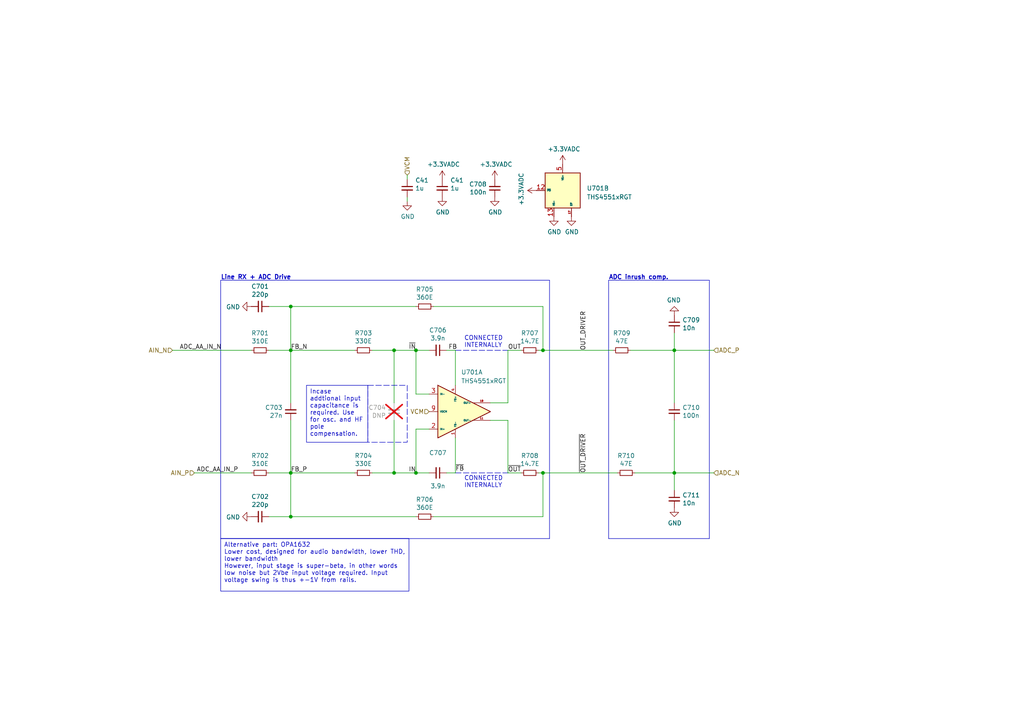
<source format=kicad_sch>
(kicad_sch (version 20230121) (generator eeschema)
  (paper "A4")
  (title_block (title "Kleinvoet") (date "2023-04-12") (rev "${PROJECT_REV}") (company "Department of Electrical and Electronic Engineering - Stellenbosch University") (comment 1 "Digital Signal Processing Laboratory") (comment 2 "Author: CM Geldenhuys <cmgeldenhuys@sun.ac.za>") (comment 3 "Project: Kleinvoet") (comment 4 "License: CERN-OHL-S-2.0"))
  (lib_symbols
    (symbol "Device:C_Small" (pin_numbers hide) (pin_names (offset 0.254) hide)
      (property "Reference" "C" (at 0.254 1.778 0))
      (property "Value" "C_Small" (at 0.254 -2.032 0))
      (symbol "C_Small_0_1"
        (polyline (pts (xy -1.524 -0.508) (xy 1.524 -0.508)) (stroke (width 0.3302)))
        (polyline (pts (xy -1.524 0.508) (xy 1.524 0.508)) (stroke (width 0.3048)))
      )
      (symbol "C_Small_1_1"
        (pin passive line (at 0 2.54 270) (length 2.032) (name "~") (number "1"))
        (pin passive line (at 0 -2.54 90) (length 2.032) (name "~") (number "2"))
      )
    )
    (symbol "Device:R_Small" (pin_numbers hide) (pin_names (offset 0.254) hide)
      (property "Reference" "R" (at 0.762 0.508 0))
      (property "Value" "R_Small" (at 0.762 -1.016 0))
      (symbol "R_Small_0_1"
        (rectangle (start -0.762 1.778) (end 0.762 -1.778) (stroke (width 0.2032)))
      )
      (symbol "R_Small_1_1"
        (pin passive line (at 0 2.54 270) (length 0.762) (name "~") (number "1"))
        (pin passive line (at 0 -2.54 90) (length 0.762) (name "~") (number "2"))
      )
    )
    (symbol "grootvoet:THS4551xRGT"
      (property "Reference" "U" (at 0 6.35 0))
      (property "Value" "THS4551xRGT" (at 10.16 -6.35 0))
      (symbol "THS4551xRGT_1_1"
        (polyline (pts (xy -7.62 7.62) (xy -7.62 -7.62) (xy 7.62 0) (xy -7.62 7.62)) (stroke (width 0.254)) (fill (type background)))
        (pin output line (at -2.54 -7.62 90) (length 2.54) (name "FB-") (number "1"))
        (pin output line (at 7.62 2.54 180) (length 5.08) (name "OUT+") (number "10"))
        (pin output line (at 7.62 -2.54 180) (length 5.08) (name "OUT-") (number "11"))
        (pin input line (at -10.16 -5.08 0) (length 2.54) (name "IN+") (number "2"))
        (pin input line (at -10.16 5.08 0) (length 2.54) (name "IN-") (number "3"))
        (pin output line (at -2.54 7.62 270) (length 2.54) (name "FB+") (number "4"))
        (pin input line (at -10.16 0 0) (length 2.54) (name "VOCM") (number "9"))
      )
      (symbol "THS4551xRGT_2_1"
        (rectangle (start -5.08 5.08) (end 5.08 -5.08) (stroke (width 0.254)) (fill (type background)))
        (pin input line (at -7.62 0 0) (length 2.54) (name "~{PD}") (number "12"))
        (pin power_in line (at -2.54 -7.62 90) (length 2.54) (name "VS-") (number "13"))
        (pin passive line (at -2.54 -7.62 90) (length 2.54) hide (name "VS-") (number "14"))
        (pin passive line (at -2.54 -7.62 90) (length 2.54) hide (name "VS-") (number "15"))
        (pin passive line (at -2.54 -7.62 90) (length 2.54) hide (name "VS-") (number "16"))
        (pin passive line (at 2.54 -7.62 90) (length 2.54) (name "EP") (number "17"))
        (pin power_in line (at 0 7.62 270) (length 2.54) (name "VS+") (number "5"))
        (pin passive line (at 0 7.62 270) (length 2.54) hide (name "VS+") (number "6"))
        (pin passive line (at 0 7.62 270) (length 2.54) hide (name "VS+") (number "7"))
        (pin passive line (at 0 7.62 270) (length 2.54) hide (name "VS+") (number "8"))
      )
    )
    (symbol "power:+3.3VADC" (power) (pin_names (offset 0))
      (property "Value" "+3.3VADC" (at 0 2.54 0))
      (symbol "+3.3VADC_0_0"
        (pin power_in line (at 0 0 90) (length 0) hide (name "+3.3VADC") (number "1"))
      )
      (symbol "+3.3VADC_0_1"
        (polyline (pts (xy -0.762 1.27) (xy 0 2.54)))
        (polyline (pts (xy 0 0) (xy 0 2.54)))
        (polyline (pts (xy 0 2.54) (xy 0.762 1.27)))
      )
    )
    (symbol "power:GND" (power) (pin_names (offset 0))
      (property "Value" "GND" (at 0 -3.81 0))
      (symbol "GND_0_1"
        (polyline (pts (xy 0 0) (xy 0 -1.27) (xy 1.27 -1.27) (xy 0 -2.54) (xy -1.27 -1.27) (xy 0 -1.27)))
      )
      (symbol "GND_1_1"
        (pin power_in line (at 0 0 270) (length 0) hide (name "GND") (number "1"))
      )
    )
  )
  (junction (at 84.328 137.16))
  (junction (at 195.58 137.16))
  (junction (at 84.328 149.86))
  (junction (at 84.328 101.6))
  (junction (at 114.3 137.16))
  (junction (at 157.48 101.6))
  (junction (at 114.3 101.6))
  (junction (at 84.328 88.9))
  (junction (at 120.65 137.16))
  (junction (at 195.58 101.6))
  (junction (at 120.65 101.6))
  (junction (at 157.48 137.16))
  (wire (pts (xy 157.48 137.16) (xy 157.48 149.86)))
  (wire (pts (xy 156.21 137.16) (xy 157.48 137.16)))
  (wire (pts (xy 157.48 149.86) (xy 125.73 149.86)))
  (wire (pts (xy 207.01 137.16) (xy 195.58 137.16)))
  (wire (pts (xy 84.328 137.16) (xy 77.978 137.16)))
  (polyline (pts (xy 205.74 81.28) (xy 205.74 156.21)))
  (wire (pts (xy 125.73 88.9) (xy 157.48 88.9)))
  (wire (pts (xy 124.46 124.46) (xy 120.65 124.46)))
  (wire (pts (xy 132.08 127) (xy 132.08 137.16)))
  (wire (pts (xy 184.15 137.16) (xy 195.58 137.16)))
  (wire (pts (xy 157.48 137.16) (xy 179.07 137.16)))
  (polyline (pts (xy 159.385 81.28) (xy 64.008 81.28)))
  (wire (pts (xy 147.32 101.6) (xy 147.32 116.84)))
  (wire (pts (xy 195.58 142.24) (xy 195.58 137.16)))
  (wire (pts (xy 84.328 149.86) (xy 120.65 149.86)))
  (wire (pts (xy 84.328 88.9) (xy 84.328 101.6)))
  (wire (pts (xy 84.328 149.86) (xy 77.978 149.86)))
  (wire (pts (xy 132.08 111.76) (xy 132.08 101.6)))
  (wire (pts (xy 195.58 137.16) (xy 195.58 121.92)))
  (wire (pts (xy 84.328 88.9) (xy 77.978 88.9)))
  (polyline (pts (xy 132.08 137.16) (xy 147.32 137.16)) (stroke (width 0) (type dash)))
  (wire (pts (xy 50.038 101.6) (xy 72.898 101.6)))
  (wire (pts (xy 157.48 88.9) (xy 157.48 101.6)))
  (polyline (pts (xy 64.008 81.28) (xy 64.008 156.21)))
  (wire (pts (xy 114.3 101.6) (xy 114.3 116.84)))
  (wire (pts (xy 118.11 57.15) (xy 118.11 58.42)))
  (wire (pts (xy 132.08 101.6) (xy 129.54 101.6)))
  (polyline (pts (xy 176.53 81.28) (xy 205.74 81.28)))
  (wire (pts (xy 124.46 114.3) (xy 120.65 114.3)))
  (wire (pts (xy 120.65 114.3) (xy 120.65 101.6)))
  (wire (pts (xy 107.95 101.6) (xy 114.3 101.6)))
  (wire (pts (xy 142.24 121.92) (xy 147.32 121.92)))
  (wire (pts (xy 142.24 116.84) (xy 147.32 116.84)))
  (wire (pts (xy 120.65 124.46) (xy 120.65 137.16)))
  (wire (pts (xy 107.95 137.16) (xy 114.3 137.16)))
  (wire (pts (xy 147.32 137.16) (xy 151.13 137.16)))
  (wire (pts (xy 195.58 101.6) (xy 195.58 116.84)))
  (wire (pts (xy 77.978 101.6) (xy 84.328 101.6)))
  (wire (pts (xy 84.328 149.86) (xy 84.328 137.16)))
  (wire (pts (xy 84.328 101.6) (xy 102.87 101.6)))
  (polyline (pts (xy 176.53 81.28) (xy 176.53 156.21)))
  (wire (pts (xy 207.01 101.6) (xy 195.58 101.6)))
  (polyline (pts (xy 64.008 156.21) (xy 159.385 156.21)))
  (wire (pts (xy 195.58 96.52) (xy 195.58 101.6)))
  (wire (pts (xy 72.898 137.16) (xy 56.388 137.16)))
  (wire (pts (xy 151.13 101.6) (xy 147.32 101.6)))
  (wire (pts (xy 157.48 101.6) (xy 177.8 101.6)))
  (wire (pts (xy 147.32 121.92) (xy 147.32 137.16)))
  (wire (pts (xy 114.3 121.92) (xy 114.3 137.16)))
  (wire (pts (xy 120.65 101.6) (xy 124.46 101.6)))
  (wire (pts (xy 182.88 101.6) (xy 195.58 101.6)))
  (polyline (pts (xy 205.74 156.21) (xy 176.53 156.21)))
  (wire (pts (xy 118.11 50.8) (xy 118.11 52.07)))
  (polyline (pts (xy 132.08 101.6) (xy 147.32 101.6)) (stroke (width 0) (type dash)))
  (wire (pts (xy 84.328 116.84) (xy 84.328 101.6)))
  (wire (pts (xy 156.21 101.6) (xy 157.48 101.6)))
  (wire (pts (xy 84.328 137.16) (xy 102.87 137.16)))
  (wire (pts (xy 84.328 88.9) (xy 120.65 88.9)))
  (wire (pts (xy 114.3 101.6) (xy 120.65 101.6)))
  (wire (pts (xy 114.3 137.16) (xy 120.65 137.16)))
  (wire (pts (xy 120.65 137.16) (xy 124.46 137.16)))
  (polyline (pts (xy 159.385 81.28) (xy 159.385 156.21)))
  (wire (pts (xy 84.328 121.92) (xy 84.328 137.16)))
  (wire (pts (xy 132.08 137.16) (xy 129.54 137.16)))
  (rectangle (start 106.68 111.76) (end 118.11 128.27) (stroke (width 0) (type dash)))
  (text_box "Incase addtional input capacitance is required. Use for osc. and HF pole compensation." (at 88.9 111.76 0) (size 17.78 16.51) (effects (font (size 1.27 1.27)) (justify left top)))
  (text_box "Alternative part: OPA1632\nLower cost, designed for audio bandwidth, lower THD, lower bandwidth\nHowever, input stage is super-beta, in other words low noise but 2Vbe input voltage required. Input voltage swing is thus +-1V from rails." (at 64.008 156.21 0) (size 54.61 15.24) (effects (font (size 1.27 1.27)) (justify left top)))
  (text "ADC inrush comp." (at 176.53 81.28 0) (effects (font (size 1.27 1.27) (thickness 0.254) bold) (justify left bottom)))
  (text "Line RX + ADC Drive" (at 64.008 81.28 0) (effects (font (size 1.27 1.27) (thickness 0.254) bold) (justify left bottom)))
  (text "CONNECTED\nINTERNALLY" (at 134.62 141.605 0) (effects (font (size 1.27 1.27)) (justify left bottom)))
  (text "CONNECTED\nINTERNALLY" (at 134.62 100.965 0) (effects (font (size 1.27 1.27)) (justify left bottom)))
  (label "ADC_AA_IN_P" (at 57.023 137.16 0))
  (label "IN" (at 120.65 137.16 180))
  (label "~{OUT}" (at 147.32 137.16 0))
  (label "OUT" (at 147.32 101.6 0))
  (label "FB_N" (at 84.328 101.6 0))
  (label "ADC_AA_IN_N" (at 52.07 101.6 0))
  (label "FB_P" (at 84.328 137.16 0))
  (label "~{FB}" (at 132.08 136.906 0))
  (label "~{OUT_DRIVER}" (at 170.18 137.16 90))
  (label "FB" (at 130.048 101.6 0))
  (label "OUT_DRIVER" (at 170.18 101.6 90))
  (label "~{IN}" (at 120.65 101.6 180))
  (hierarchical_label "ADC_P" (shape input) (at 207.01 101.6 0))
  (hierarchical_label "AIN_N" (shape input) (at 50.038 101.6 180))
  (hierarchical_label "AIN_P" (shape input) (at 56.388 137.16 180))
  (hierarchical_label "VCM" (shape input) (at 124.46 119.38 180))
  (hierarchical_label "VCM" (shape input) (at 118.11 50.8 90))
  (hierarchical_label "ADC_N" (shape input) (at 207.01 137.16 0))
  (symbol (lib_id "Device:R_Small") (at 75.438 101.6 270) (unit 1)
    (property "Reference" "R701" (at 75.438 96.6216 90))
    (property "Value" "310E" (at 75.438 98.933 90))
    (property "Footprint" "Resistor_SMD:R_0402_1005Metric" (effects hide))
    (property "MPN" "RT0402FRE07309RL" (effects hide))
    (property "Mfr." "Yageo" (effects hide))
    (instances (project "kleinvoet" (path "" (reference "R701") (unit 1)) (path "" (reference "R801") (unit 1))))
  )
  (symbol (lib_id "Device:R_Small") (at 105.41 101.6 270) (unit 1)
    (property "Reference" "R703" (at 105.41 96.6216 90))
    (property "Value" "330E" (at 105.41 98.933 90))
    (property "Footprint" "Resistor_SMD:R_0402_1005Metric" (effects hide))
    (property "MPN" "RT0402FRE07330RL" (effects hide))
    (property "Mfr." "Yageo" (effects hide))
    (instances (project "kleinvoet" (path "" (reference "R703") (unit 1)) (path "" (reference "R803") (unit 1))))
  )
  (symbol (lib_id "Device:R_Small") (at 123.19 88.9 270) (unit 1)
    (property "Reference" "R705" (at 123.19 83.9216 90))
    (property "Value" "360E" (at 123.19 86.233 90))
    (property "Footprint" "Resistor_SMD:R_0402_1005Metric" (effects hide))
    (property "MPN" "RT0402FRE07360RL" (effects hide))
    (property "Mfr." "Yageo" (effects hide))
    (instances (project "kleinvoet" (path "" (reference "R705") (unit 1)) (path "" (reference "R805") (unit 1))))
  )
  (symbol (lib_id "Device:C_Small") (at 127 101.6 270) (mirror x) (unit 1)
    (property "Reference" "C706" (at 127 95.7834 90))
    (property "Value" "3.9n" (at 127 98.0948 90))
    (property "Footprint" "Capacitor_SMD:C_0402_1005Metric" (effects hide))
    (property "MPN" "GRM1555C1H392GE01D" (effects hide))
    (property "Mfr." "Murata" (effects hide))
    (instances (project "kleinvoet" (path "" (reference "C706") (unit 1)) (path "" (reference "C806") (unit 1))))
  )
  (symbol (lib_id "Device:C_Small") (at 75.438 88.9 270) (unit 1)
    (property "Reference" "C701" (at 75.438 83.0834 90))
    (property "Value" "220p" (at 75.438 85.3948 90))
    (property "Footprint" "Capacitor_SMD:C_0402_1005Metric" (effects hide))
    (property "MPN" "GRT1555C1H221FA02D" (effects hide))
    (property "Mfr." "Murata" (effects hide))
    (instances (project "kleinvoet" (path "" (reference "C701") (unit 1)) (path "" (reference "C801") (unit 1))))
  )
  (symbol (lib_id "Device:R_Small") (at 75.438 137.16 270) (mirror x) (unit 1)
    (property "Reference" "R702" (at 75.438 132.1816 90))
    (property "Value" "310E" (at 75.438 134.493 90))
    (property "Footprint" "Resistor_SMD:R_0402_1005Metric" (effects hide))
    (property "MPN" "RT0402FRE07309RL" (effects hide))
    (property "Mfr." "Yageo" (effects hide))
    (instances (project "kleinvoet" (path "" (reference "R702") (unit 1)) (path "" (reference "R802") (unit 1))))
  )
  (symbol (lib_id "Device:R_Small") (at 105.41 137.16 270) (mirror x) (unit 1)
    (property "Reference" "R704" (at 105.41 132.1816 90))
    (property "Value" "330E" (at 105.41 134.493 90))
    (property "Footprint" "Resistor_SMD:R_0402_1005Metric" (effects hide))
    (property "MPN" "RT0402FRE07330RL" (effects hide))
    (property "Mfr." "Yageo" (effects hide))
    (instances (project "kleinvoet" (path "" (reference "R704") (unit 1)) (path "" (reference "R804") (unit 1))))
  )
  (symbol (lib_id "Device:R_Small") (at 123.19 149.86 270) (mirror x) (unit 1)
    (property "Reference" "R706" (at 123.19 144.8816 90))
    (property "Value" "360E" (at 123.19 147.193 90))
    (property "Footprint" "Resistor_SMD:R_0402_1005Metric" (effects hide))
    (property "MPN" "RT0402FRE07360RL" (effects hide))
    (property "Mfr." "Yageo" (effects hide))
    (instances (project "kleinvoet" (path "" (reference "R706") (unit 1)) (path "" (reference "R806") (unit 1))))
  )
  (symbol (lib_id "Device:C_Small") (at 127 137.16 270) (mirror x) (unit 1)
    (property "Reference" "C707" (at 127 131.3434 90))
    (property "Value" "3.9n" (at 127 140.97 90))
    (property "Footprint" "Capacitor_SMD:C_0402_1005Metric" (effects hide))
    (property "MPN" "GRM1555C1H392GE01D" (effects hide))
    (property "Mfr." "Murata" (effects hide))
    (instances (project "kleinvoet" (path "" (reference "C707") (unit 1)) (path "" (reference "C807") (unit 1))))
  )
  (symbol (lib_id "Device:C_Small") (at 84.328 119.38 0) (mirror x) (unit 1)
    (property "Reference" "C703" (at 81.9912 118.2116 0) (effects (justify right)))
    (property "Value" "27n" (at 81.9912 120.523 0) (effects (justify right)))
    (property "Footprint" "Capacitor_SMD:C_0402_1005Metric" (effects hide))
    (property "MPN" "GRM1555C1H272GE01D" (effects hide))
    (property "Mfr." "Murata" (effects hide))
    (instances (project "kleinvoet" (path "" (reference "C703") (unit 1)) (path "" (reference "C803") (unit 1))))
  )
  (symbol (lib_id "Device:C_Small") (at 75.438 149.86 270) (mirror x) (unit 1)
    (property "Reference" "C702" (at 75.438 144.0434 90))
    (property "Value" "220p" (at 75.438 146.3548 90))
    (property "Footprint" "Capacitor_SMD:C_0402_1005Metric" (effects hide))
    (property "MPN" "GRT1555C1H221FA02D" (effects hide))
    (property "Mfr." "Murata" (effects hide))
    (instances (project "kleinvoet" (path "" (reference "C702") (unit 1)) (path "" (reference "C802") (unit 1))))
  )
  (symbol (lib_id "power:GND") (at 72.898 88.9 270) (unit 1)
    (property "Reference" "#PWR0701" (effects hide))
    (property "Value" "GND" (at 69.6468 89.027 90) (effects (justify right)))
    (instances (project "kleinvoet" (path "" (reference "#PWR0701") (unit 1)) (path "" (reference "#PWR0801") (unit 1))))
  )
  (symbol (lib_id "power:GND") (at 72.898 149.86 270) (unit 1)
    (property "Reference" "#PWR0702" (effects hide))
    (property "Value" "GND" (at 69.6468 149.987 90) (effects (justify right)))
    (instances (project "kleinvoet" (path "" (reference "#PWR0702") (unit 1)) (path "" (reference "#PWR0802") (unit 1))))
  )
  (symbol (lib_id "Device:C_Small") (at 195.58 119.38 0) (unit 1)
    (property "Reference" "C710" (at 197.9168 118.2116 0) (effects (justify left)))
    (property "Value" "100n" (at 197.9168 120.523 0) (effects (justify left)))
    (property "Footprint" "Capacitor_SMD:C_0402_1005Metric" (effects hide))
    (property "MPN" "C0402C104K8PACTU" (effects hide))
    (property "Mfr." "KEMET" (effects hide))
    (instances (project "kleinvoet" (path "" (reference "C710") (unit 1)) (path "" (reference "C810") (unit 1))))
  )
  (symbol (lib_id "Device:R_Small") (at 180.34 101.6 270) (mirror x) (unit 1)
    (property "Reference" "R709" (at 180.34 96.6216 90))
    (property "Value" "47E" (at 180.34 98.933 90))
    (property "Footprint" "Resistor_SMD:R_0402_1005Metric" (effects hide))
    (property "MPN" "RT0402FRE0747RL" (effects hide))
    (property "Mfr." "Yageo" (effects hide))
    (instances (project "kleinvoet" (path "" (reference "R709") (unit 1)) (path "" (reference "R809") (unit 1))))
  )
  (symbol (lib_id "Device:C_Small") (at 195.58 93.98 0) (unit 1)
    (property "Reference" "C709" (at 197.9168 92.8116 0) (effects (justify left)))
    (property "Value" "10n" (at 197.9168 95.123 0) (effects (justify left)))
    (property "Footprint" "Capacitor_SMD:C_0402_1005Metric" (effects hide))
    (property "Mfr." "Murata" (effects hide))
    (instances (project "kleinvoet" (path "" (reference "C709") (unit 1)) (path "" (reference "C809") (unit 1))))
  )
  (symbol (lib_id "Device:C_Small") (at 195.58 144.78 0) (unit 1)
    (property "Reference" "C711" (at 197.9168 143.6116 0) (effects (justify left)))
    (property "Value" "10n" (at 197.9168 145.923 0) (effects (justify left)))
    (property "Footprint" "Capacitor_SMD:C_0402_1005Metric" (effects hide))
    (property "Mfr." "Murata" (effects hide))
    (instances (project "kleinvoet" (path "" (reference "C711") (unit 1)) (path "" (reference "C811") (unit 1))))
  )
  (symbol (lib_id "power:GND") (at 195.58 147.32 0) (unit 1)
    (property "Reference" "#PWR0709" (effects hide))
    (property "Value" "GND" (at 195.707 151.7142 0))
    (instances (project "kleinvoet" (path "" (reference "#PWR0709") (unit 1)) (path "" (reference "#PWR0809") (unit 1))))
  )
  (symbol (lib_id "power:GND") (at 195.58 91.44 180) (unit 1)
    (property "Reference" "#PWR0708" (effects hide))
    (property "Value" "GND" (at 195.453 87.0458 0))
    (instances (project "kleinvoet" (path "" (reference "#PWR0708") (unit 1)) (path "" (reference "#PWR0808") (unit 1))))
  )
  (symbol (lib_id "power:GND") (at 118.11 58.42 0) (unit 1)
    (property "Reference" "#PWR0703" (effects hide))
    (property "Value" "GND" (at 118.237 62.8142 0))
    (instances (project "kleinvoet" (path "" (reference "#PWR0703") (unit 1)) (path "" (reference "#PWR0803") (unit 1))))
  )
  (symbol (lib_id "Device:C_Small") (at 143.51 54.61 0) (mirror x) (unit 1)
    (property "Reference" "C708" (at 141.1732 53.4416 0) (effects (justify right)))
    (property "Value" "100n" (at 141.1732 55.753 0) (effects (justify right)))
    (property "Footprint" "Capacitor_SMD:C_0402_1005Metric" (effects hide))
    (property "MPN" "C0402C104K8PACTU" (effects hide))
    (property "Mfr." "KEMET" (effects hide))
    (instances (project "kleinvoet" (path "" (reference "C708") (unit 1)) (path "" (reference "C808") (unit 1))))
  )
  (symbol (lib_id "power:GND") (at 143.51 57.15 0) (unit 1)
    (property "Reference" "#PWR0707" (effects hide))
    (property "Value" "GND" (at 143.637 61.5442 0))
    (instances (project "kleinvoet" (path "" (reference "#PWR0707") (unit 1)) (path "" (reference "#PWR0807") (unit 1))))
  )
  (symbol (lib_id "power:+3.3VADC") (at 143.51 52.07 0) (unit 1)
    (property "Reference" "#PWR0706" (effects hide))
    (property "Value" "+3.3VADC" (at 143.891 47.6758 0))
    (instances (project "kleinvoet" (path "" (reference "#PWR0706") (unit 1)) (path "" (reference "#PWR0806") (unit 1))))
  )
  (symbol (lib_id "grootvoet:THS4551xRGT") (at 134.62 119.38 0) (unit 1)
    (property "Reference" "U701" (at 133.7311 107.95 0) (effects (justify left)))
    (property "Value" "THS4551xRGT" (at 133.7311 110.49 0) (effects (justify left)))
    (property "Footprint" "Package_DFN_QFN:VQFN-16-1EP_3x3mm_P0.5mm_EP1.68x1.68mm_ThermalVias" (effects hide))
    (property "Datasheet" "https://www.ti.com/lit/ds/symlink/ths4551.pdf" (effects hide))
    (instances (project "kleinvoet" (path "" (reference "U701") (unit 1)) (path "" (reference "U801") (unit 1))))
  )
  (symbol (lib_id "power:GND") (at 160.655 62.865 0) (unit 1)
    (property "Reference" "#PWR0710" (effects hide))
    (property "Value" "GND" (at 160.782 67.2592 0))
    (instances (project "kleinvoet" (path "" (reference "#PWR0710") (unit 1)) (path "" (reference "#PWR0810") (unit 1))))
  )
  (symbol (lib_id "Device:R_Small") (at 153.67 101.6 270) (mirror x) (unit 1)
    (property "Reference" "R707" (at 153.67 96.6216 90))
    (property "Value" "14.7E" (at 153.67 98.933 90))
    (property "Footprint" "Resistor_SMD:R_0402_1005Metric" (effects hide))
    (property "MPN" "RT0603FRE0714R7L" (effects hide))
    (property "Mfr." "Yageo" (effects hide))
    (instances (project "kleinvoet" (path "" (reference "R707") (unit 1)) (path "" (reference "R807") (unit 1)) (path "" (reference "R1608") (unit 1))))
  )
  (symbol (lib_id "Device:R_Small") (at 181.61 137.16 270) (mirror x) (unit 1)
    (property "Reference" "R710" (at 181.61 132.1816 90))
    (property "Value" "47E" (at 181.61 134.493 90))
    (property "Footprint" "Resistor_SMD:R_0402_1005Metric" (effects hide))
    (property "MPN" "RT0402FRE0747RL" (effects hide))
    (property "Mfr." "Yageo" (effects hide))
    (instances (project "kleinvoet" (path "" (reference "R710") (unit 1)) (path "" (reference "R810") (unit 1))))
  )
  (symbol (lib_id "Device:C_Small") (at 114.3 119.38 0) (mirror x) (unit 1) (in_bom no) (dnp yes)
    (property "Reference" "C704" (at 111.9632 118.2116 0) (effects (justify right)))
    (property "Value" "DNP" (at 111.9632 120.523 0) (effects (justify right)))
    (property "Footprint" "Capacitor_SMD:C_0402_1005Metric" (effects hide))
    (instances (project "kleinvoet" (path "" (reference "C704") (unit 1)) (path "" (reference "C804") (unit 1))))
  )
  (symbol (lib_id "Device:R_Small") (at 153.67 137.16 270) (mirror x) (unit 1)
    (property "Reference" "R708" (at 153.67 132.1816 90))
    (property "Value" "14.7E" (at 153.67 134.493 90))
    (property "Footprint" "Resistor_SMD:R_0402_1005Metric" (effects hide))
    (property "MPN" "RT0603FRE0714R7L" (effects hide))
    (property "Mfr." "Yageo" (effects hide))
    (instances (project "kleinvoet" (path "" (reference "R708") (unit 1)) (path "" (reference "R808") (unit 1)) (path "" (reference "R1608") (unit 1))))
  )
  (symbol (lib_id "power:GND") (at 165.735 62.865 0) (unit 1)
    (property "Reference" "#PWR0711" (effects hide))
    (property "Value" "GND" (at 165.862 67.2592 0))
    (instances (project "kleinvoet" (path "" (reference "#PWR0711") (unit 1)) (path "" (reference "#PWR0811") (unit 1))))
  )
  (symbol (lib_id "power:+3.3VADC") (at 163.195 47.625 0) (unit 1)
    (property "Reference" "#PWR0712" (effects hide))
    (property "Value" "+3.3VADC" (at 163.576 43.2308 0))
    (instances (project "kleinvoet" (path "" (reference "#PWR0712") (unit 1)) (path "" (reference "#PWR0812") (unit 1))))
  )
  (symbol (lib_id "Device:C_Small") (at 128.27 54.61 0) (unit 1)
    (property "Reference" "C41" (at 130.6068 52.2986 0) (effects (justify left)))
    (property "Value" "1u" (at 130.6068 54.61 0) (effects (justify left)))
    (property "Footprint" "Capacitor_SMD:C_0603_1608Metric_Pad1.08x0.95mm_HandSolder" (effects hide))
    (property "Notes" "Low ESR (X7R)" (effects hide))
    (property "MPN" "C0603C105K8RACTU" (effects hide))
    (property "Mfr." "KEMET" (effects hide))
    (instances (project "kleinvoet" (path "" (reference "C41") (unit 1)) (path "" (reference "C901") (unit 1)) (path "" (reference "C712") (unit 1)) (path "" (reference "C812") (unit 1))))
  )
  (symbol (lib_id "power:+3.3VADC") (at 155.575 55.245 90) (unit 1)
    (property "Reference" "#PWR0704" (effects hide))
    (property "Value" "+3.3VADC" (at 151.1808 54.864 0))
    (instances (project "kleinvoet" (path "" (reference "#PWR0704") (unit 1)) (path "" (reference "#PWR0804") (unit 1))))
  )
  (symbol (lib_id "power:+3.3VADC") (at 128.27 52.07 0) (unit 1)
    (property "Reference" "#PWR03" (effects hide))
    (property "Value" "+3.3VADC" (at 128.651 47.6758 0))
    (instances (project "kleinvoet" (path "" (reference "#PWR03") (unit 1)) (path "" (reference "#PWR04") (unit 1))))
  )
  (symbol (lib_id "power:GND") (at 128.27 57.15 0) (unit 1)
    (property "Reference" "#PWR05" (effects hide))
    (property "Value" "GND" (at 128.397 61.5442 0))
    (instances (project "kleinvoet" (path "" (reference "#PWR05") (unit 1)) (path "" (reference "#PWR06") (unit 1))))
  )
  (symbol (lib_id "grootvoet:THS4551xRGT") (at 163.195 55.245 0) (unit 2)
    (property "Reference" "U701" (at 170.18 54.61 0) (effects (justify left)))
    (property "Value" "THS4551xRGT" (at 170.18 57.15 0) (effects (justify left)))
    (property "Footprint" "Package_DFN_QFN:VQFN-16-1EP_3x3mm_P0.5mm_EP1.68x1.68mm_ThermalVias" (effects hide))
    (property "Datasheet" "https://www.ti.com/lit/ds/symlink/ths4551.pdf" (effects hide))
    (instances (project "kleinvoet" (path "" (reference "U701") (unit 2)) (path "" (reference "U801") (unit 2))))
  )
  (symbol (lib_id "Device:C_Small") (at 118.11 54.61 0) (unit 1)
    (property "Reference" "C41" (at 120.4468 52.2986 0) (effects (justify left)))
    (property "Value" "1u" (at 120.4468 54.61 0) (effects (justify left)))
    (property "Footprint" "Capacitor_SMD:C_0603_1608Metric_Pad1.08x0.95mm_HandSolder" (effects hide))
    (property "Notes" "Low ESR (X7R)" (effects hide))
    (property "MPN" "C0603C105K8RACTU" (effects hide))
    (property "Mfr." "KEMET" (effects hide))
    (instances (project "kleinvoet" (path "" (reference "C41") (unit 1)) (path "" (reference "C901") (unit 1)) (path "" (reference "C705") (unit 1)) (path "" (reference "C805") (unit 1))))
  )
)
</source>
